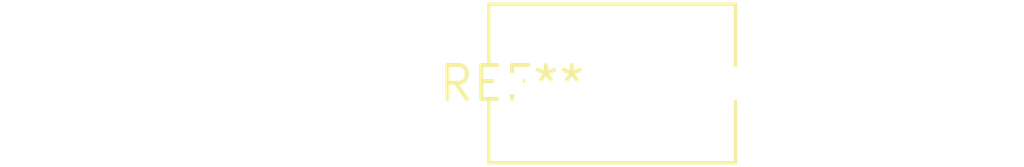
<source format=kicad_pcb>
(kicad_pcb (version 20240108) (generator pcbnew)
  (layers (0 "F.Cu" signal) (31 "B.Cu" signal) (34 "B.Paste" user) (35 "F.Paste" user) (36 "B.SilkS" user "B.Silkscreen") (37 "F.SilkS" user "F.Silkscreen") (38 "B.Mask" user) (39 "F.Mask" user) (44 "Edge.Cuts" user))
  (net 0 "")
  (footprint "C_Rect_L9.0mm_W5.7mm_P7.50mm_MKT" (layer "F.Cu") (at 0 0)
    (property "Reference" "REF**")
    (property "Value" "C_Rect_L9.0mm_W5.7mm_P7.50mm_MKT")
    (fp_line (start -0.87 -2.97) (end -0.87 -0.665) (layer "F.SilkS") (stroke (width 0.12)))
    (fp_line (start -0.87 -2.97) (end 8.37 -2.97) (layer "F.SilkS") (stroke (width 0.12)))
    (fp_line (start -0.87 0.665) (end -0.87 2.97) (layer "F.SilkS") (stroke (width 0.12)))
    (fp_line (start -0.87 2.97) (end 8.37 2.97) (layer "F.SilkS") (stroke (width 0.12)))
    (fp_line (start 8.37 -2.97) (end 8.37 -0.665) (layer "F.SilkS") (stroke (width 0.12)))
    (fp_line (start 8.37 0.665) (end 8.37 2.97) (layer "F.SilkS") (stroke (width 0.12)))
    (pad "1" thru_hole circle (at 0 0) (size 1.6 1.6) (drill 0.8) (layers *.Cu *.Mask) (remove_unused_layers))
    (pad "2" thru_hole circle (at 7.5 0) (size 1.6 1.6) (drill 0.8) (layers *.Cu *.Mask) (remove_unused_layers))
  )
)
</source>
